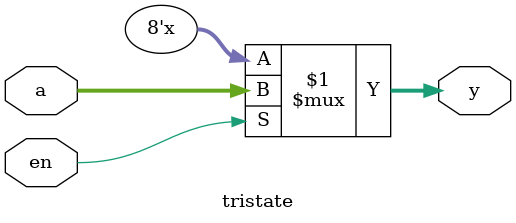
<source format=sv>
module tristate (
    input logic[7:0] a, 
    input logic en,
    output tri[7:0] y
);
    assign y = en ? a : 8'bz;
    
endmodule
</source>
